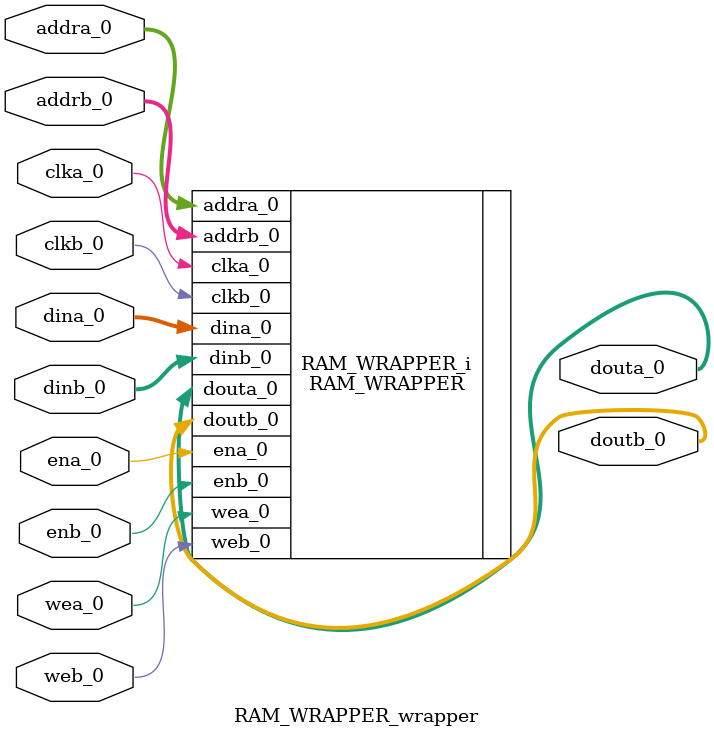
<source format=v>
`timescale 1 ps / 1 ps

module RAM_WRAPPER_wrapper
   (addra_0,
    addrb_0,
    clka_0,
    clkb_0,
    dina_0,
    dinb_0,
    douta_0,
    doutb_0,
    ena_0,
    enb_0,
    wea_0,
    web_0);
  input [8:0]addra_0;
  input [8:0]addrb_0;
  input clka_0;
  input clkb_0;
  input [95:0]dina_0;
  input [95:0]dinb_0;
  output [95:0]douta_0;
  output [95:0]doutb_0;
  input ena_0;
  input enb_0;
  input [0:0]wea_0;
  input [0:0]web_0;

  wire [8:0]addra_0;
  wire [8:0]addrb_0;
  wire clka_0;
  wire clkb_0;
  wire [95:0]dina_0;
  wire [95:0]dinb_0;
  wire [95:0]douta_0;
  wire [95:0]doutb_0;
  wire ena_0;
  wire enb_0;
  wire [0:0]wea_0;
  wire [0:0]web_0;

  RAM_WRAPPER RAM_WRAPPER_i
       (.addra_0(addra_0),
        .addrb_0(addrb_0),
        .clka_0(clka_0),
        .clkb_0(clkb_0),
        .dina_0(dina_0),
        .dinb_0(dinb_0),
        .douta_0(douta_0),
        .doutb_0(doutb_0),
        .ena_0(ena_0),
        .enb_0(enb_0),
        .wea_0(wea_0),
        .web_0(web_0));
endmodule

</source>
